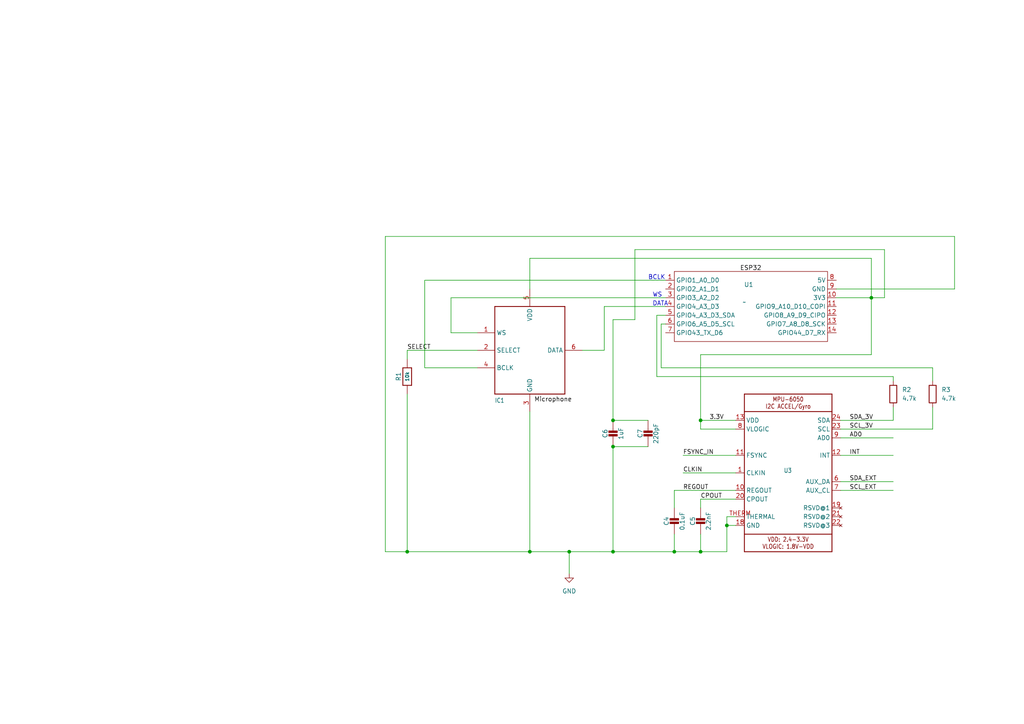
<source format=kicad_sch>
(kicad_sch (version 20230121) (generator eeschema)
  (paper "A4")
  (title_block (title "Sensing Device Schematic") (date "2024-01-24") (rev "v2") (company "Ashwin Nishad"))
  (lib_symbols
    (symbol "Adafruit I2S Mic SPK0415HM4H-eagle-import:CAP_CERAMIC0805-NOOUTLINE"
      (property "Reference" "C" (at -2.29 1.25 90))
      (symbol "CAP_CERAMIC0805-NOOUTLINE_1_0"
        (rectangle (start -1.27 0.508) (end 1.27 1.016) (fill (type outline)))
        (rectangle (start -1.27 1.524) (end 1.27 2.032) (fill (type outline)))
        (polyline (pts (xy 0 0.762) (xy 0 0)) (stroke (width 0.1524)))
        (polyline (pts (xy 0 2.54) (xy 0 1.778)) (stroke (width 0.1524)))
        (pin passive line (at 0 5.08 270) (length 2.54) (name "1") (number "1"))
        (pin passive line (at 0 -2.54 90) (length 2.54) (name "2") (number "2"))
      )
    )
    (symbol "Adafruit I2S Mic SPK0415HM4H-eagle-import:MIC_I2S_SPH0645"
      (property "Reference" "IC" (at -10.16 -15.24 0))
      (symbol "MIC_I2S_SPH0645_1_0"
        (polyline (pts (xy -10.16 -12.7) (xy -10.16 12.7)) (stroke (width 0.254)))
        (polyline (pts (xy -10.16 12.7) (xy 10.16 12.7)) (stroke (width 0.254)))
        (polyline (pts (xy 10.16 -12.7) (xy -10.16 -12.7)) (stroke (width 0.254)))
        (polyline (pts (xy 10.16 12.7) (xy 10.16 -12.7)) (stroke (width 0.254)))
        (pin input line (at -15.24 5.08 0) (length 5.08) (name "WS") (number "1"))
        (pin input line (at -15.24 0 0) (length 5.08) (name "SELECT") (number "2"))
        (pin power_in line (at 0 -17.78 90) (length 5.08) (name "GND") (number "3"))
        (pin input line (at -15.24 -5.08 0) (length 5.08) (name "BCLK") (number "4"))
        (pin power_in line (at 0 17.78 270) (length 5.08) (name "VDD") (number "5"))
        (pin output line (at 15.24 0 180) (length 5.08) (name "DATA") (number "6"))
      )
    )
    (symbol "Adafruit I2S Mic SPK0415HM4H-eagle-import:RESISTOR_0603_NOOUT"
      (property "Reference" "R" (at 0 2.54 0))
      (symbol "RESISTOR_0603_NOOUT_1_0"
        (polyline (pts (xy -2.54 -1.27) (xy -2.54 1.27)) (stroke (width 0.254)))
        (polyline (pts (xy -2.54 1.27) (xy 2.54 1.27)) (stroke (width 0.254)))
        (polyline (pts (xy 2.54 -1.27) (xy -2.54 -1.27)) (stroke (width 0.254)))
        (polyline (pts (xy 2.54 1.27) (xy 2.54 -1.27)) (stroke (width 0.254)))
        (pin passive line (at -5.08 0 0) (length 2.54) (name "1") (number "1"))
        (pin passive line (at 5.08 0 180) (length 2.54) (name "2") (number "2"))
      )
    )
    (symbol "Adafruit MPU6050-eagle-import:CAP_CERAMIC0603_NO"
      (property "Reference" "C" (at -2.29 1.25 90))
      (symbol "CAP_CERAMIC0603_NO_1_0"
        (rectangle (start -1.27 0.508) (end 1.27 1.016) (fill (type outline)))
        (rectangle (start -1.27 1.524) (end 1.27 2.032) (fill (type outline)))
        (polyline (pts (xy 0 0.762) (xy 0 0)) (stroke (width 0.1524)))
        (polyline (pts (xy 0 2.54) (xy 0 1.778)) (stroke (width 0.1524)))
        (pin passive line (at 0 5.08 270) (length 2.54) (name "1") (number "1"))
        (pin passive line (at 0 -2.54 90) (length 2.54) (name "2") (number "2"))
      )
    )
    (symbol "Adafruit MPU6050-eagle-import:MPU-6050"
      (property "Reference" "U" (at -12.7 25.4 0))
      (symbol "MPU-6050_1_0"
        (polyline (pts (xy -12.7 -22.86) (xy 12.7 -22.86)) (stroke (width 0.254)))
        (polyline (pts (xy -12.7 -17.78) (xy -12.7 -22.86)) (stroke (width 0.254)))
        (polyline (pts (xy -12.7 -17.78) (xy -12.7 17.78)) (stroke (width 0.254)))
        (polyline (pts (xy -12.7 17.78) (xy -12.7 22.86)) (stroke (width 0.254)))
        (polyline (pts (xy -12.7 17.78) (xy 12.7 17.78)) (stroke (width 0.254)))
        (polyline (pts (xy -12.7 22.86) (xy 12.7 22.86)) (stroke (width 0.254)))
        (polyline (pts (xy 12.7 -22.86) (xy 12.7 -17.78)) (stroke (width 0.254)))
        (polyline (pts (xy 12.7 -17.78) (xy -12.7 -17.78)) (stroke (width 0.254)))
        (polyline (pts (xy 12.7 17.78) (xy 12.7 -17.78)) (stroke (width 0.254)))
        (polyline (pts (xy 12.7 22.86) (xy 12.7 17.78)) (stroke (width 0.254)))
        (text "MPU-6050\nI2C ACCEL/Gyro" (at 0 20.32 0) (effects (font (size 1.27 1.0795))))
        (text "VDD: 2.4-3.3V\nVLOGIC: 1.8V-VDD" (at 0 -20.32 0) (effects (font (size 1.27 1.0795))))
        (pin input line (at -15.24 0 0) (length 2.54) (name "CLKIN") (number "1"))
        (pin passive line (at -15.24 -5.08 0) (length 2.54) (name "REGOUT") (number "10"))
        (pin input line (at -15.24 5.08 0) (length 2.54) (name "FSYNC") (number "11"))
        (pin output line (at 15.24 5.08 180) (length 2.54) (name "INT") (number "12"))
        (pin power_in line (at -15.24 15.24 0) (length 2.54) (name "VDD") (number "13"))
        (pin power_in line (at -15.24 -15.24 0) (length 2.54) (name "GND") (number "18"))
        (pin no_connect line (at 15.24 -10.16 180) (length 2.54) (name "RSVD@1") (number "19"))
        (pin passive line (at -15.24 -7.62 0) (length 2.54) (name "CPOUT") (number "20"))
        (pin no_connect line (at 15.24 -12.7 180) (length 2.54) (name "RSVD@2") (number "21"))
        (pin no_connect line (at 15.24 -15.24 180) (length 2.54) (name "RSVD@3") (number "22"))
        (pin bidirectional line (at 15.24 12.7 180) (length 2.54) (name "SCL") (number "23"))
        (pin bidirectional line (at 15.24 15.24 180) (length 2.54) (name "SDA") (number "24"))
        (pin bidirectional line (at 15.24 -2.54 180) (length 2.54) (name "AUX_DA") (number "6"))
        (pin bidirectional line (at 15.24 -5.08 180) (length 2.54) (name "AUX_CL") (number "7"))
        (pin power_in line (at -15.24 12.7 0) (length 2.54) (name "VLOGIC") (number "8"))
        (pin input line (at 15.24 10.16 180) (length 2.54) (name "AD0") (number "9"))
        (pin power_in line (at -15.24 -12.7 0) (length 2.54) (name "THERMAL") (number "THERM"))
      )
    )
    (symbol "Device:R" (pin_numbers hide) (pin_names (offset 0))
      (property "Reference" "R" (at 2.032 0 90))
      (property "Value" "R" (at 0 0 90))
      (symbol "R_0_1"
        (rectangle (start -1.016 -2.54) (end 1.016 2.54) (stroke (width 0.254)))
      )
      (symbol "R_1_1"
        (pin passive line (at 0 3.81 270) (length 1.27) (name "~") (number "1"))
        (pin passive line (at 0 -3.81 90) (length 1.27) (name "~") (number "2"))
      )
    )
    (symbol "XiaoESP32 S3:XIAO_ESP32_SENSE"
      (property "Reference" "U" (at 0 0 0))
      (symbol "XIAO_ESP32_SENSE_0_1"
        (polyline (pts (xy -20.32 8.89) (xy -20.32 -11.43) (xy 24.13 -11.43) (xy 24.13 8.89) (xy -20.32 8.89)))
      )
      (symbol "XIAO_ESP32_SENSE_1_1"
        (pin bidirectional line (at -22.86 6.35 0) (length 2.54) (name "GPIO1_A0_D0") (number "1"))
        (pin bidirectional line (at 26.67 1.27 180) (length 2.54) (name "3V3") (number "10"))
        (pin bidirectional line (at 26.67 -1.27 180) (length 2.54) (name "GPIO9_A10_D10_COPI") (number "11"))
        (pin bidirectional line (at 26.67 -3.81 180) (length 2.54) (name "GPIO8_A9_D9_CIPO") (number "12"))
        (pin bidirectional line (at 26.67 -6.35 180) (length 2.54) (name "GPIO7_A8_D8_SCK") (number "13"))
        (pin bidirectional line (at 26.67 -8.89 180) (length 2.54) (name "GPIO44_D7_RX") (number "14"))
        (pin bidirectional line (at -22.86 3.81 0) (length 2.54) (name "GPIO2_A1_D1") (number "2"))
        (pin bidirectional line (at -22.86 1.27 0) (length 2.54) (name "GPIO3_A2_D2") (number "3"))
        (pin bidirectional line (at -22.86 -1.27 0) (length 2.54) (name "GPIO4_A3_D3") (number "4"))
        (pin bidirectional line (at -22.86 -3.81 0) (length 2.54) (name "GPIO4_A3_D3_SDA") (number "5"))
        (pin bidirectional line (at -22.86 -6.35 0) (length 2.54) (name "GPIO6_A5_D5_SCL") (number "6"))
        (pin bidirectional line (at -22.86 -8.89 0) (length 2.54) (name "GPIO43_TX_D6") (number "7"))
        (pin bidirectional line (at 26.67 6.35 180) (length 2.54) (name "5V") (number "8"))
        (pin bidirectional line (at 26.67 3.81 180) (length 2.54) (name "GND") (number "9"))
      )
    )
    (symbol "power:GND" (power) (pin_names (offset 0))
      (property "Value" "GND" (at 0 -3.81 0))
      (symbol "GND_0_1"
        (polyline (pts (xy 0 0) (xy 0 -1.27) (xy 1.27 -1.27) (xy 0 -2.54) (xy -1.27 -1.27) (xy 0 -1.27)))
      )
      (symbol "GND_1_1"
        (pin power_in line (at 0 0 270) (length 0) hide (name "GND") (number "1"))
      )
    )
  )
  (junction (at 203.2 121.92))
  (junction (at 165.1 160.02))
  (junction (at 195.58 160.02))
  (junction (at 252.73 86.36))
  (junction (at 153.67 160.02))
  (junction (at 210.82 152.4))
  (junction (at 203.2 160.02))
  (junction (at 177.8 121.92))
  (junction (at 118.11 160.02))
  (junction (at 177.8 160.02))
  (junction (at 177.8 129.54))
  (wire (pts (xy 252.73 74.93) (xy 153.67 74.93)))
  (wire (pts (xy 198.12 132.08) (xy 213.36 132.08)) (stroke (width 0.1524)))
  (wire (pts (xy 252.73 86.36) (xy 256.54 86.36)) (stroke (width 0.1524)))
  (wire (pts (xy 168.91 101.6) (xy 175.26 101.6)))
  (wire (pts (xy 191.77 93.98) (xy 193.04 93.98)))
  (wire (pts (xy 243.84 139.7) (xy 259.08 139.7)) (stroke (width 0.1524)))
  (wire (pts (xy 203.2 154.94) (xy 203.2 160.02)) (stroke (width 0.1524)))
  (wire (pts (xy 184.15 92.71) (xy 184.15 72.39)) (stroke (width 0.1524)))
  (wire (pts (xy 203.2 160.02) (xy 210.82 160.02)) (stroke (width 0.1524)))
  (wire (pts (xy 153.67 119.38) (xy 153.67 160.02)))
  (wire (pts (xy 213.36 121.92) (xy 203.2 121.92)) (stroke (width 0.1524)))
  (wire (pts (xy 123.19 81.28) (xy 193.04 81.28)))
  (wire (pts (xy 195.58 154.94) (xy 195.58 160.02)) (stroke (width 0.1524)))
  (wire (pts (xy 242.57 83.82) (xy 276.86 83.82)))
  (wire (pts (xy 276.86 68.58) (xy 111.76 68.58)))
  (wire (pts (xy 213.36 137.16) (xy 198.12 137.16)) (stroke (width 0.1524)))
  (wire (pts (xy 175.26 88.9) (xy 193.04 88.9)))
  (wire (pts (xy 243.84 124.46) (xy 270.51 124.46)) (stroke (width 0.1524)))
  (wire (pts (xy 177.8 160.02) (xy 173.99 160.02)) (stroke (width 0.1524)))
  (wire (pts (xy 256.54 72.39) (xy 256.54 86.36)) (stroke (width 0.1524)))
  (wire (pts (xy 153.67 160.02) (xy 165.1 160.02)))
  (wire (pts (xy 203.2 102.87) (xy 203.2 121.92)) (stroke (width 0.1524)))
  (wire (pts (xy 153.67 74.93) (xy 153.67 83.82)))
  (wire (pts (xy 165.1 160.02) (xy 165.1 166.37)))
  (wire (pts (xy 177.8 129.54) (xy 177.8 160.02)) (stroke (width 0.1524)))
  (wire (pts (xy 243.84 142.24) (xy 259.08 142.24)) (stroke (width 0.1524)))
  (wire (pts (xy 270.51 106.68) (xy 191.77 106.68)))
  (wire (pts (xy 203.2 124.46) (xy 203.2 121.92)) (stroke (width 0.1524)))
  (wire (pts (xy 190.5 109.22) (xy 190.5 91.44)))
  (wire (pts (xy 175.26 101.6) (xy 175.26 88.9)))
  (wire (pts (xy 210.82 152.4) (xy 210.82 160.02)) (stroke (width 0.1524)))
  (wire (pts (xy 259.08 109.22) (xy 190.5 109.22)))
  (wire (pts (xy 213.36 149.86) (xy 210.82 149.86)) (stroke (width 0.1524)))
  (wire (pts (xy 165.1 160.02) (xy 173.99 160.02)))
  (wire (pts (xy 210.82 149.86) (xy 210.82 152.4)) (stroke (width 0.1524)))
  (wire (pts (xy 118.11 160.02) (xy 153.67 160.02)))
  (wire (pts (xy 213.36 152.4) (xy 210.82 152.4)) (stroke (width 0.1524)))
  (wire (pts (xy 130.81 96.52) (xy 130.81 86.36)))
  (wire (pts (xy 138.43 96.52) (xy 130.81 96.52)))
  (wire (pts (xy 252.73 102.87) (xy 252.73 86.36)) (stroke (width 0.1524)))
  (wire (pts (xy 195.58 142.24) (xy 195.58 147.32)) (stroke (width 0.1524)))
  (wire (pts (xy 187.96 121.92) (xy 177.8 121.92)) (stroke (width 0.1524)))
  (wire (pts (xy 243.84 121.92) (xy 259.08 121.92)) (stroke (width 0.1524)))
  (wire (pts (xy 118.11 104.14) (xy 118.11 101.6)) (stroke (width 0.1524)))
  (wire (pts (xy 243.84 127) (xy 259.08 127)) (stroke (width 0.1524)))
  (wire (pts (xy 213.36 124.46) (xy 203.2 124.46)) (stroke (width 0.1524)))
  (wire (pts (xy 130.81 86.36) (xy 193.04 86.36)))
  (wire (pts (xy 123.19 106.68) (xy 123.19 81.28)))
  (wire (pts (xy 259.08 118.11) (xy 259.08 121.92)) (stroke (width 0.1524)))
  (wire (pts (xy 111.76 160.02) (xy 118.11 160.02)))
  (wire (pts (xy 270.51 110.49) (xy 270.51 106.68)))
  (wire (pts (xy 252.73 86.36) (xy 242.57 86.36)) (stroke (width 0.1524)))
  (wire (pts (xy 203.2 144.78) (xy 203.2 147.32)) (stroke (width 0.1524)))
  (wire (pts (xy 276.86 83.82) (xy 276.86 68.58)))
  (wire (pts (xy 213.36 142.24) (xy 195.58 142.24)) (stroke (width 0.1524)))
  (wire (pts (xy 177.8 160.02) (xy 195.58 160.02)) (stroke (width 0.1524)))
  (wire (pts (xy 111.76 68.58) (xy 111.76 160.02)))
  (wire (pts (xy 242.57 86.36) (xy 252.73 86.36)))
  (wire (pts (xy 203.2 102.87) (xy 252.73 102.87)) (stroke (width 0.1524)))
  (wire (pts (xy 213.36 144.78) (xy 203.2 144.78)) (stroke (width 0.1524)))
  (wire (pts (xy 259.08 110.49) (xy 259.08 109.22)))
  (wire (pts (xy 252.73 86.36) (xy 252.73 74.93)))
  (wire (pts (xy 118.11 101.6) (xy 138.43 101.6)) (stroke (width 0.1524)))
  (wire (pts (xy 195.58 160.02) (xy 203.2 160.02)) (stroke (width 0.1524)))
  (wire (pts (xy 177.8 129.54) (xy 187.96 129.54)) (stroke (width 0.1524)))
  (wire (pts (xy 270.51 124.46) (xy 270.51 118.11)) (stroke (width 0.1524)))
  (wire (pts (xy 190.5 91.44) (xy 193.04 91.44)))
  (wire (pts (xy 184.15 72.39) (xy 256.54 72.39)) (stroke (width 0.1524)))
  (wire (pts (xy 191.77 106.68) (xy 191.77 93.98)))
  (wire (pts (xy 177.8 92.71) (xy 184.15 92.71)) (stroke (width 0.1524)))
  (wire (pts (xy 138.43 106.68) (xy 123.19 106.68)))
  (wire (pts (xy 243.84 132.08) (xy 259.08 132.08)) (stroke (width 0.1524)))
  (wire (pts (xy 118.11 114.3) (xy 118.11 160.02)))
  (wire (pts (xy 177.8 92.71) (xy 177.8 121.92)) (stroke (width 0.1524)))
  (text "WS" (at 189.23 86.36 0) (effects (font (size 1.27 1.27)) (justify left bottom)))
  (text "DATA" (at 189.23 88.9 0) (effects (font (size 1.27 1.27)) (justify left bottom)))
  (text "BCLK" (at 187.96 81.28 0) (effects (font (size 1.27 1.27)) (justify left bottom)))
  (label "SDA_EXT" (at 246.38 139.7 0) (effects (font (size 1.2446 1.2446))))
  (label "REGOUT" (at 198.12 142.24 0) (effects (font (size 1.2446 1.2446))))
  (label "SELECT" (at 118.11 101.6 0) (effects (font (size 1.2446 1.2446))))
  (label "CPOUT" (at 203.2 144.78 0) (effects (font (size 1.2446 1.2446))))
  (label "CLKIN" (at 198.12 137.16 0) (effects (font (size 1.2446 1.2446))))
  (label "SDA_3V" (at 246.38 121.92 0) (effects (font (size 1.2446 1.2446))))
  (label "FSYNC_IN" (at 198.12 132.08 0) (effects (font (size 1.2446 1.2446))))
  (label "AD0" (at 246.38 127 0) (effects (font (size 1.2446 1.2446))))
  (label "INT" (at 246.38 132.08 0) (effects (font (size 1.2446 1.2446))))
  (label "3.3V" (at 205.74 121.92 0) (effects (font (size 1.2446 1.2446))))
  (label "ESP32" (at 214.63 78.74 0))
  (label "SCL_EXT" (at 246.38 142.24 0) (effects (font (size 1.2446 1.2446))))
  (label "SCL_3V" (at 246.38 124.46 0) (effects (font (size 1.2446 1.2446))))
  (label "Microphone" (at 154.94 116.84 0))
  (symbol (lib_id "Adafruit I2S Mic SPK0415HM4H-eagle-import:RESISTOR_0603_NOOUT") (at 118.11 109.22 90) (unit 1)
    (property "Reference" "R1" (at 115.57 109.22 0))
    (property "Value" "10k" (at 118.11 109.22 0) (effects (font (size 1.016 1.016) bold)))
    (property "Footprint" "MEMSMIC:0603-NO" (effects hide))
  )
  (symbol (lib_id "Adafruit I2S Mic SPK0415HM4H-eagle-import:CAP_CERAMIC0805-NOOUTLINE") (at 187.96 127 0) (unit 1)
    (property "Reference" "C7" (at 185.67 125.75 90))
    (property "Value" "220pF" (at 190.26 125.75 90))
    (property "Footprint" "MEMSMIC:0805-NO" (effects hide))
  )
  (symbol (lib_id "XiaoESP32 S3:XIAO_ESP32_SENSE") (at 215.9 87.63 0) (unit 1)
    (property "Reference" "U1" (at 217.17 82.55 0))
    (property "Value" "~" (at 215.9 87.63 0))
    (property "Footprint" "514_KiCAD_Demo:XIAO_ESP32_SENSE" (effects hide))
  )
  (symbol (lib_id "Device:R") (at 259.08 114.3 180) (unit 1)
    (property "Reference" "R2" (at 261.62 113.03 0) (effects (justify right)))
    (property "Value" "4.7k" (at 261.62 115.57 0) (effects (justify right)))
    (property "Footprint" "MEMSMIC:0603-NO" (effects hide))
  )
  (symbol (lib_id "Adafruit I2S Mic SPK0415HM4H-eagle-import:MIC_I2S_SPH0645") (at 153.67 101.6 0) (unit 1)
    (property "Reference" "IC1" (at 143.51 116.84 0) (effects (font (size 1.27 1.0795)) (justify left bottom)))
    (property "Value" "MIC_I2S_SPH0645" (effects hide))
    (property "Footprint" "MEMSMIC:SPH0645LM4H" (effects hide))
  )
  (symbol (lib_id "Adafruit MPU6050-eagle-import:MPU-6050") (at 228.6 137.16 0) (unit 1)
    (property "Reference" "U3" (at 227.33 137.16 0) (effects (font (size 1.27 1.0795)) (justify left bottom)))
    (property "Value" "MPU-6050" (effects hide))
    (property "Footprint" "MPU6050:QFN24_4MM_SMSC" (effects hide))
  )
  (symbol (lib_id "Adafruit MPU6050-eagle-import:CAP_CERAMIC0603_NO") (at 203.2 152.4 0) (unit 1)
    (property "Reference" "C5" (at 200.91 151.15 90))
    (property "Value" "2.2nF" (at 205.5 151.15 90))
    (property "Footprint" "MPU6050:0603-NO" (effects hide))
  )
  (symbol (lib_id "Device:R") (at 270.51 114.3 0) (unit 1)
    (property "Reference" "R3" (at 273.05 113.03 0) (effects (justify left)))
    (property "Value" "4.7k" (at 273.05 115.57 0) (effects (justify left)))
    (property "Footprint" "MEMSMIC:0603-NO" (effects hide))
  )
  (symbol (lib_id "Adafruit MPU6050-eagle-import:CAP_CERAMIC0603_NO") (at 195.58 152.4 0) (unit 1)
    (property "Reference" "C4" (at 193.29 151.15 90))
    (property "Value" "0.1uF" (at 197.88 151.15 90))
    (property "Footprint" "MPU6050:0603-NO" (effects hide))
  )
  (symbol (lib_id "Adafruit I2S Mic SPK0415HM4H-eagle-import:CAP_CERAMIC0805-NOOUTLINE") (at 177.8 127 0) (unit 1)
    (property "Reference" "C6" (at 175.51 125.75 90))
    (property "Value" "1uF" (at 180.1 125.75 90))
    (property "Footprint" "MEMSMIC:0805-NO" (effects hide))
  )
  (symbol (lib_id "power:GND") (at 165.1 166.37 0) (unit 1)
    (property "Reference" "#PWR01" (effects hide))
    (property "Value" "GND" (at 165.1 171.45 0))
  )
)
</source>
